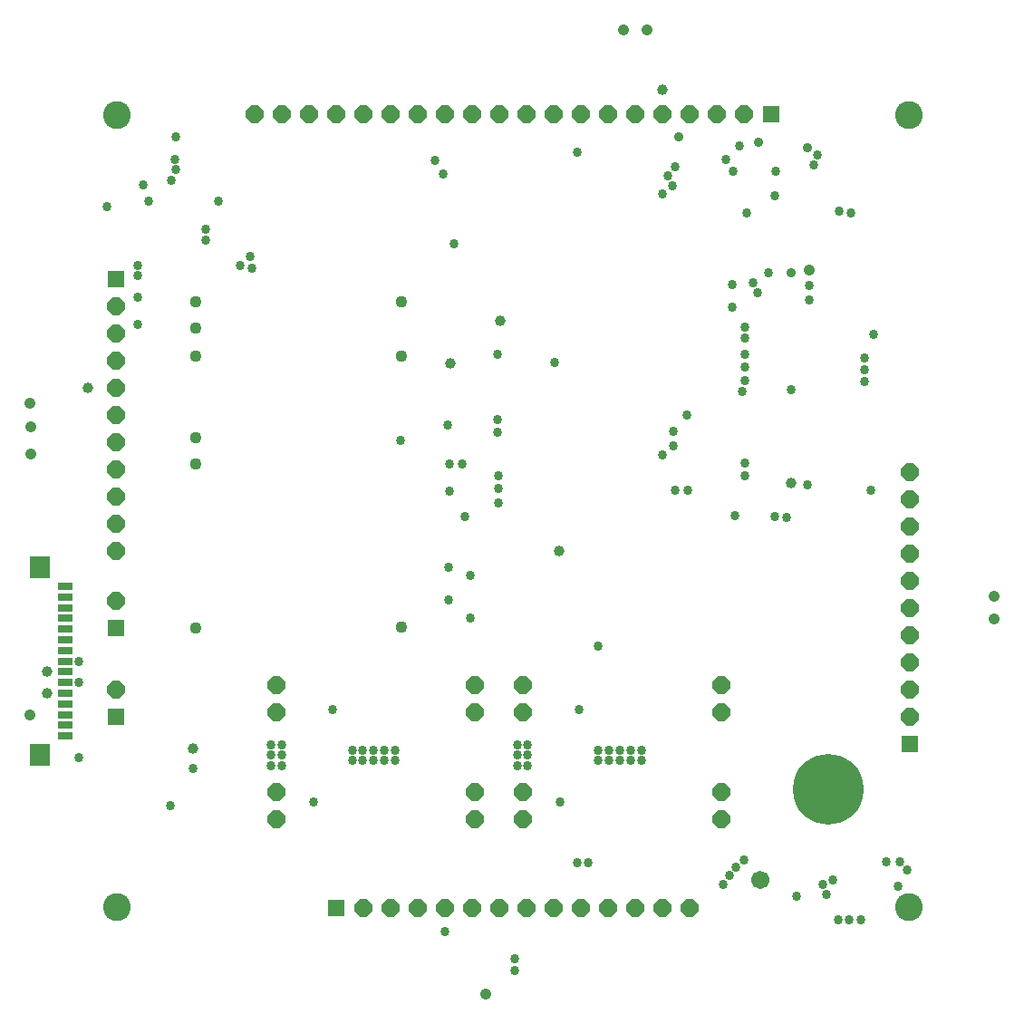
<source format=gbr>
G04 EAGLE Gerber RS-274X export*
G75*
%MOMM*%
%FSLAX34Y34*%
%LPD*%
%INSoldermask Bottom*%
%IPPOS*%
%AMOC8*
5,1,8,0,0,1.08239X$1,22.5*%
G01*
%ADD10C,6.601600*%
%ADD11C,2.601600*%
%ADD12R,1.625600X1.625600*%
%ADD13P,1.759533X8X22.500000*%
%ADD14P,1.759533X8X112.500000*%
%ADD15P,1.759533X8X202.500000*%
%ADD16P,1.759533X8X292.500000*%
%ADD17R,1.401600X0.701600*%
%ADD18R,1.901600X2.101600*%
%ADD19C,1.058000*%
%ADD20C,1.701600*%
%ADD21C,0.858000*%
%ADD22C,1.008000*%
%ADD23C,0.908000*%
%ADD24C,1.108000*%


D10*
X765000Y210000D03*
D11*
X100000Y100000D03*
X840000Y840000D03*
X100000Y840000D03*
X840000Y100000D03*
D12*
X99000Y687000D03*
D13*
X99000Y661600D03*
X99000Y636200D03*
X99000Y610800D03*
X99000Y585400D03*
X99000Y560000D03*
X99000Y534600D03*
X99000Y509200D03*
X99000Y483800D03*
X99000Y458400D03*
X99000Y433000D03*
D12*
X305000Y99000D03*
D14*
X330400Y99000D03*
X355800Y99000D03*
X381200Y99000D03*
X406600Y99000D03*
X432000Y99000D03*
X457400Y99000D03*
X482800Y99000D03*
X508200Y99000D03*
X533600Y99000D03*
X559000Y99000D03*
X584400Y99000D03*
X609800Y99000D03*
X635200Y99000D03*
D12*
X841000Y253000D03*
D15*
X841000Y278400D03*
X841000Y303800D03*
X841000Y329200D03*
X841000Y354600D03*
X841000Y380000D03*
X841000Y405400D03*
X841000Y430800D03*
X841000Y456200D03*
X841000Y481600D03*
X841000Y507000D03*
D12*
X711300Y841000D03*
D16*
X685900Y841000D03*
X660500Y841000D03*
X635100Y841000D03*
X609700Y841000D03*
X584300Y841000D03*
X558900Y841000D03*
X533500Y841000D03*
X508100Y841000D03*
X482700Y841000D03*
X457300Y841000D03*
X431900Y841000D03*
X406500Y841000D03*
X381100Y841000D03*
X355700Y841000D03*
X330300Y841000D03*
X304900Y841000D03*
X279500Y841000D03*
X254100Y841000D03*
X228700Y841000D03*
D17*
X51500Y260000D03*
X51500Y270000D03*
X51500Y280000D03*
X51500Y290000D03*
X51500Y300000D03*
X51500Y310000D03*
X51500Y320000D03*
X51500Y330000D03*
X51500Y340000D03*
X51500Y350000D03*
X51500Y360000D03*
X51500Y370000D03*
X51500Y380000D03*
X51500Y390000D03*
X51500Y400000D03*
D18*
X28000Y418000D03*
X28000Y242000D03*
D13*
X479500Y182300D03*
X479500Y207700D03*
X479500Y282300D03*
X479500Y307700D03*
X664500Y307700D03*
X664500Y282300D03*
X664500Y207700D03*
X664500Y182300D03*
X249500Y182300D03*
X249500Y207700D03*
X249500Y282300D03*
X249500Y307700D03*
X434500Y307700D03*
X434500Y282300D03*
X434500Y207700D03*
X434500Y182300D03*
D12*
X99000Y361300D03*
D15*
X99000Y386700D03*
D12*
X99000Y278300D03*
D15*
X99000Y303700D03*
D19*
X747000Y695000D03*
D20*
X701000Y126000D03*
D21*
X687000Y642000D03*
D22*
X730000Y496000D03*
X171000Y248000D03*
X513000Y433000D03*
X458000Y648000D03*
X412000Y608000D03*
D19*
X920000Y369218D03*
X919968Y390782D03*
X595082Y919956D03*
X573518Y919956D03*
X19044Y570782D03*
X445000Y19044D03*
D21*
X397351Y797649D03*
X725503Y464497D03*
X805000Y490000D03*
D22*
X610000Y863660D03*
X73000Y585000D03*
D21*
X407000Y77000D03*
X457000Y503000D03*
X405000Y785000D03*
X411000Y514000D03*
X687000Y617000D03*
X716082Y788000D03*
X769360Y125730D03*
X755000Y802718D03*
X676292Y787718D03*
X154000Y799000D03*
X411000Y489000D03*
X687000Y632000D03*
X151000Y779000D03*
X183497Y733503D03*
X224231Y707769D03*
X622000Y490000D03*
X675000Y661000D03*
X747000Y667718D03*
X698516Y674218D03*
X634000Y490000D03*
X674728Y682000D03*
X694864Y683136D03*
X747000Y681000D03*
X456000Y617000D03*
X65000Y330000D03*
X472000Y52000D03*
X687000Y605000D03*
X65000Y310000D03*
X472000Y41000D03*
X687000Y592000D03*
X678000Y466000D03*
X715000Y765000D03*
X730000Y583218D03*
X620000Y545000D03*
X687000Y503000D03*
X687000Y515000D03*
X457000Y478000D03*
X799000Y591000D03*
X610000Y522782D03*
X799000Y602000D03*
X457000Y491000D03*
X807000Y635000D03*
X620000Y531000D03*
X799000Y613000D03*
X509334Y609334D03*
D19*
X20000Y549218D03*
X20000Y523818D03*
X19044Y280000D03*
D23*
X625000Y820000D03*
X700000Y815000D03*
X730000Y693000D03*
D21*
X689000Y749000D03*
X150000Y195000D03*
X65000Y240000D03*
X130000Y760000D03*
X90654Y755000D03*
X430000Y370000D03*
X550000Y343782D03*
X530000Y805718D03*
X415000Y720000D03*
X830000Y120000D03*
X838718Y135000D03*
X831436Y142244D03*
X819154Y142452D03*
X530000Y141886D03*
X215731Y699269D03*
X182735Y723740D03*
X125000Y775000D03*
X120000Y700000D03*
X621540Y791540D03*
X120000Y690000D03*
X615000Y783758D03*
X120000Y670000D03*
X618876Y773877D03*
X120000Y645000D03*
X610000Y766095D03*
X735000Y110000D03*
X685710Y144604D03*
X678428Y137322D03*
X795000Y88044D03*
X672146Y130040D03*
X784702Y88044D03*
X666782Y121676D03*
X774403Y88044D03*
X760000Y121564D03*
X751490Y793682D03*
X669000Y799000D03*
X155000Y789436D03*
X633000Y560000D03*
X423000Y514000D03*
X684000Y582000D03*
X410000Y418000D03*
X456000Y556000D03*
X425564Y465000D03*
X430000Y410000D03*
X540298Y141886D03*
X226295Y697205D03*
X195000Y760000D03*
X410000Y387000D03*
X456000Y544000D03*
X715000Y465000D03*
X745000Y495000D03*
X709000Y693000D03*
X775000Y750000D03*
X474000Y252000D03*
X484000Y252000D03*
X474000Y242000D03*
X484000Y242000D03*
X474000Y232000D03*
X484000Y232000D03*
X550000Y247000D03*
X560000Y247000D03*
X570000Y247000D03*
X580000Y247000D03*
X590000Y247000D03*
X550000Y237000D03*
X560000Y237000D03*
X570000Y237000D03*
X580000Y237000D03*
X590000Y237000D03*
X244000Y252000D03*
X254000Y252000D03*
X244000Y242000D03*
X254000Y242000D03*
X244000Y232000D03*
X254000Y232000D03*
X320000Y247000D03*
X330000Y247000D03*
X340000Y247000D03*
X350000Y247000D03*
X330000Y237000D03*
X340000Y237000D03*
X350000Y237000D03*
X320000Y237000D03*
X360000Y247000D03*
X360000Y237000D03*
D22*
X35000Y300000D03*
X35000Y320000D03*
D21*
X786000Y749000D03*
X409495Y550505D03*
X365018Y536000D03*
X171000Y230000D03*
X531700Y284500D03*
X514100Y198100D03*
X301700Y284500D03*
X284100Y198100D03*
D24*
X174000Y361000D03*
X174000Y514000D03*
X174000Y666000D03*
X174000Y641000D03*
X174000Y615000D03*
X174000Y539000D03*
X366000Y666000D03*
X366000Y615000D03*
X366000Y362000D03*
D23*
X745000Y810000D03*
D21*
X763000Y112000D03*
X681918Y811718D03*
X155000Y820000D03*
M02*

</source>
